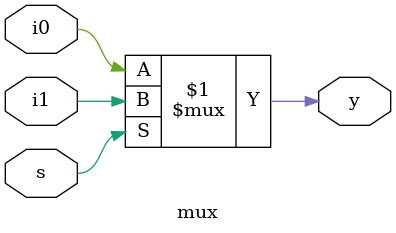
<source format=v>
module mux(i0,i1,s,y);
input i0,i1,s;
output y;
assign y = s ? i1:i0;
endmodule

</source>
